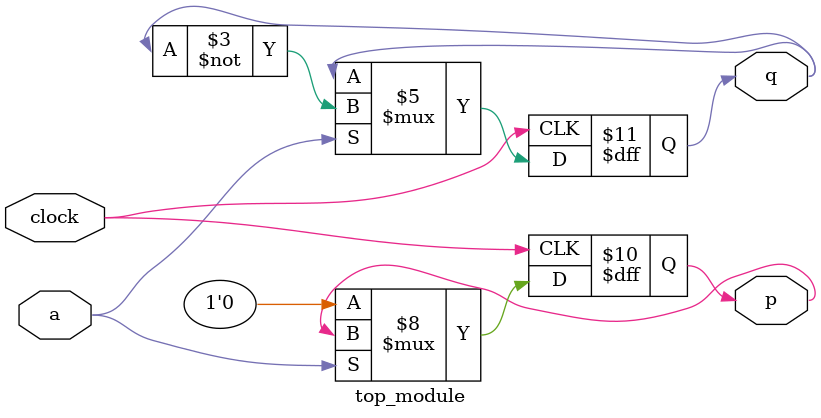
<source format=sv>
module top_module (
    input clock,
    input a, 
    output reg p,
    output reg q
);

always @(posedge clock) begin
    if (a == 0) begin
        p <= 0;
        q <= q;
    end
    else begin
        p <= p;
        q <= ~q;
    end
end

endmodule

</source>
